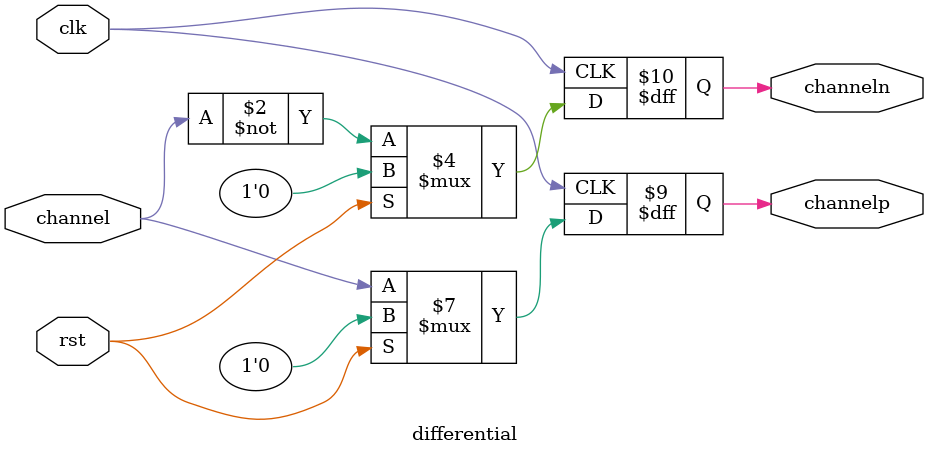
<source format=sv>
module differential(
    input logic clk,
    input logic rst,
    input logic channel,
    output logic channelp,
    output logic channeln
);

always_ff @(posedge clk) begin
    if(rst) begin
        channelp <= 0;
        channeln <= 0;
    end else begin
        channelp <= channel;
        channeln <= ~channel;
    end
end

endmodule

</source>
